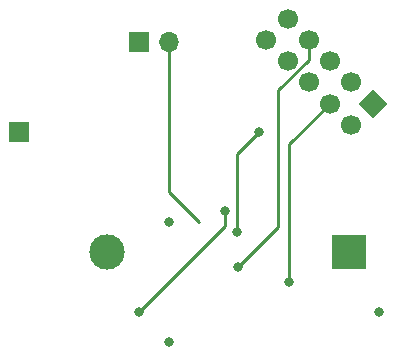
<source format=gbr>
%TF.GenerationSoftware,KiCad,Pcbnew,6.0.9-8da3e8f707~117~ubuntu22.04.1*%
%TF.CreationDate,2022-11-29T09:47:06-05:00*%
%TF.ProjectId,RFTransmitterV3,52465472-616e-4736-9d69-747465725633,rev?*%
%TF.SameCoordinates,Original*%
%TF.FileFunction,Copper,L4,Bot*%
%TF.FilePolarity,Positive*%
%FSLAX46Y46*%
G04 Gerber Fmt 4.6, Leading zero omitted, Abs format (unit mm)*
G04 Created by KiCad (PCBNEW 6.0.9-8da3e8f707~117~ubuntu22.04.1) date 2022-11-29 09:47:06*
%MOMM*%
%LPD*%
G01*
G04 APERTURE LIST*
G04 Aperture macros list*
%AMHorizOval*
0 Thick line with rounded ends*
0 $1 width*
0 $2 $3 position (X,Y) of the first rounded end (center of the circle)*
0 $4 $5 position (X,Y) of the second rounded end (center of the circle)*
0 Add line between two ends*
20,1,$1,$2,$3,$4,$5,0*
0 Add two circle primitives to create the rounded ends*
1,1,$1,$2,$3*
1,1,$1,$4,$5*%
%AMRotRect*
0 Rectangle, with rotation*
0 The origin of the aperture is its center*
0 $1 length*
0 $2 width*
0 $3 Rotation angle, in degrees counterclockwise*
0 Add horizontal line*
21,1,$1,$2,0,0,$3*%
G04 Aperture macros list end*
%TA.AperFunction,ComponentPad*%
%ADD10RotRect,1.700000X1.700000X225.000000*%
%TD*%
%TA.AperFunction,ComponentPad*%
%ADD11HorizOval,1.700000X0.000000X0.000000X0.000000X0.000000X0*%
%TD*%
%TA.AperFunction,ComponentPad*%
%ADD12R,1.700000X1.700000*%
%TD*%
%TA.AperFunction,ComponentPad*%
%ADD13O,1.700000X1.700000*%
%TD*%
%TA.AperFunction,ComponentPad*%
%ADD14R,3.000000X3.000000*%
%TD*%
%TA.AperFunction,ComponentPad*%
%ADD15C,3.000000*%
%TD*%
%TA.AperFunction,ViaPad*%
%ADD16C,0.800000*%
%TD*%
%TA.AperFunction,Conductor*%
%ADD17C,0.250000*%
%TD*%
G04 APERTURE END LIST*
D10*
%TO.P,PROG,1,Pin_1*%
%TO.N,unconnected-(J1-Pad1)*%
X151810129Y-73807006D03*
D11*
%TO.P,PROG,2,Pin_2*%
%TO.N,GND*%
X150014078Y-75603057D03*
%TO.P,PROG,3,Pin_3*%
%TO.N,unconnected-(J1-Pad3)*%
X150014078Y-72010955D03*
%TO.P,PROG,4,Pin_4*%
%TO.N,/C2DAT*%
X148218027Y-73807006D03*
%TO.P,PROG,5,Pin_5*%
%TO.N,unconnected-(J1-Pad5)*%
X148218027Y-70214904D03*
%TO.P,PROG,6,Pin_6*%
%TO.N,unconnected-(J1-Pad6)*%
X146421975Y-72010955D03*
%TO.P,PROG,7,Pin_7*%
%TO.N,/C2CLK*%
X146421975Y-68418852D03*
%TO.P,PROG,8,Pin_8*%
%TO.N,unconnected-(J1-Pad8)*%
X144625924Y-70214904D03*
%TO.P,PROG,9,Pin_9*%
%TO.N,unconnected-(J1-Pad9)*%
X144625924Y-66622801D03*
%TO.P,PROG,10,Pin_10*%
%TO.N,unconnected-(J1-Pad10)*%
X142829873Y-68418852D03*
%TD*%
D12*
%TO.P,J3,1,Pin_1*%
%TO.N,GND*%
X132080000Y-68580000D03*
D13*
%TO.P,J3,2,Pin_2*%
%TO.N,/VPP*%
X134620000Y-68580000D03*
%TD*%
D12*
%TO.P,AE1,1,A*%
%TO.N,Net-(AE1-Pad1)*%
X121920000Y-76200000D03*
%TD*%
D14*
%TO.P,BT1,1,+*%
%TO.N,+3V3*%
X149860000Y-86360000D03*
D15*
%TO.P,BT1,2,-*%
%TO.N,GND*%
X129370000Y-86360000D03*
%TD*%
D16*
%TO.N,+3V3*%
X134620000Y-93980000D03*
%TO.N,GND*%
X152400000Y-91440000D03*
X134620000Y-83820000D03*
%TO.N,/C2CLK*%
X140391683Y-87628048D03*
%TO.N,/C2DAT*%
X144780000Y-88900000D03*
%TO.N,GPIO3*%
X142240000Y-76200000D03*
X140361215Y-84695664D03*
%TO.N,GPIO8*%
X132080000Y-91440000D03*
X139306844Y-82890723D03*
%TD*%
D17*
%TO.N,/VPP*%
X134620000Y-68580000D02*
X134620000Y-81280000D01*
X134620000Y-81280000D02*
X137160000Y-83820000D01*
%TO.N,/C2CLK*%
X143802670Y-84217061D02*
X140391683Y-87628048D01*
X143802670Y-72699859D02*
X143802670Y-84217061D01*
X146421975Y-70080554D02*
X143802670Y-72699859D01*
X146421975Y-68418852D02*
X146421975Y-70080554D01*
%TO.N,/C2DAT*%
X144780000Y-77245033D02*
X144780000Y-88900000D01*
X148218027Y-73807006D02*
X144780000Y-77245033D01*
%TO.N,GPIO3*%
X142240000Y-76200000D02*
X140361215Y-78078785D01*
X140361215Y-78078785D02*
X140361215Y-84695664D01*
%TO.N,GPIO8*%
X139306844Y-82890723D02*
X139306844Y-84213156D01*
X139306844Y-84213156D02*
X132080000Y-91440000D01*
%TD*%
M02*

</source>
